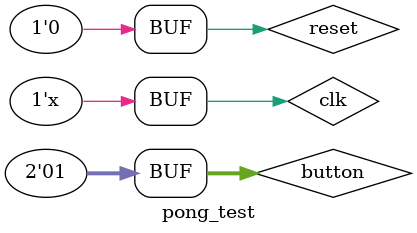
<source format=v>
module pong_test;

reg clk,reset;
reg [1:0] button;
wire h_synch,v_synch;
wire [2:0] rgb;

pong_top u1(clk,reset,button,h_synch,v_synch,rgb);


initial 
	begin
	clk=0;
	reset=1;
	button=2'b01;
	#17
	reset=0;
	end
always
#10 clk=!clk;
endmodule 
</source>
